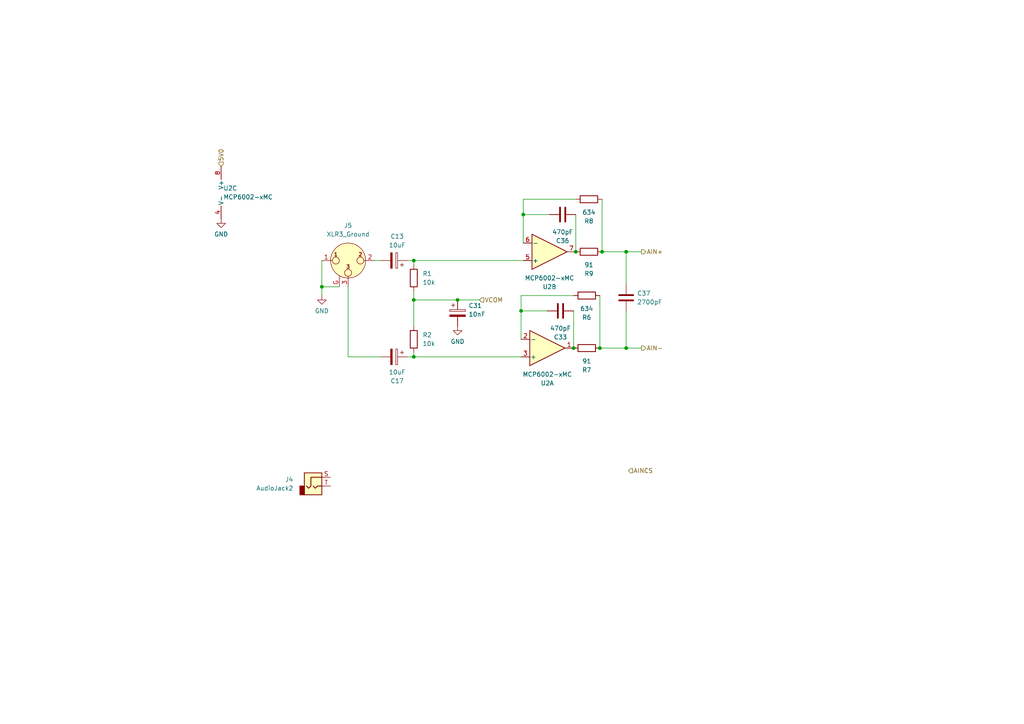
<source format=kicad_sch>
(kicad_sch (version 20230121) (generator eeschema)
  (paper "A4")
  (lib_symbols
    (symbol "Amplifier_Operational:MCP6002-xMC" (pin_names (offset 0.127))
      (property "Reference" "U" (at 0 5.08 0))
      (property "Value" "MCP6002-xMC" (at 0 -5.08 0))
      (symbol "MCP6002-xMC_1_1"
        (polyline (pts (xy -5.08 5.08) (xy 5.08 0) (xy -5.08 -5.08) (xy -5.08 5.08)) (stroke (width 0.254)) (fill (type background)))
        (pin output line (at 7.62 0 180) (length 2.54) (name "~") (number "1"))
        (pin input line (at -7.62 -2.54 0) (length 2.54) (name "-") (number "2"))
        (pin input line (at -7.62 2.54 0) (length 2.54) (name "+") (number "3"))
      )
      (symbol "MCP6002-xMC_2_1"
        (polyline (pts (xy -5.08 5.08) (xy 5.08 0) (xy -5.08 -5.08) (xy -5.08 5.08)) (stroke (width 0.254)) (fill (type background)))
        (pin input line (at -7.62 2.54 0) (length 2.54) (name "+") (number "5"))
        (pin input line (at -7.62 -2.54 0) (length 2.54) (name "-") (number "6"))
        (pin output line (at 7.62 0 180) (length 2.54) (name "~") (number "7"))
      )
      (symbol "MCP6002-xMC_3_1"
        (pin power_in line (at -2.54 -7.62 90) (length 3.81) (name "V-") (number "4"))
        (pin power_in line (at -2.54 7.62 270) (length 3.81) (name "V+") (number "8"))
        (pin passive line (at -2.54 -7.62 90) (length 3.81) hide (name "V-") (number "9"))
      )
    )
    (symbol "Connector_Audio:AudioJack2"
      (property "Reference" "J" (at 0 8.89 0))
      (property "Value" "AudioJack2" (at 0 6.35 0))
      (symbol "AudioJack2_0_1"
        (rectangle (start -3.81 0) (end -2.54 -2.54) (stroke (width 0.254)) (fill (type outline)))
        (rectangle (start -2.54 3.81) (end 2.54 -2.54) (stroke (width 0.254)) (fill (type background)))
        (polyline (pts (xy 0 0) (xy 0.635 -0.635) (xy 1.27 0) (xy 2.54 0)) (stroke (width 0.254)))
        (polyline (pts (xy 2.54 2.54) (xy -0.635 2.54) (xy -0.635 0) (xy -1.27 -0.635) (xy -1.905 0)) (stroke (width 0.254)))
      )
      (symbol "AudioJack2_1_1"
        (pin passive line (at 5.08 2.54 180) (length 2.54) (name "~") (number "S"))
        (pin passive line (at 5.08 0 180) (length 2.54) (name "~") (number "T"))
      )
    )
    (symbol "Connector_Audio:XLR3_Ground" (pin_names hide)
      (property "Reference" "J" (at 0 8.89 0))
      (property "Value" "XLR3_Ground" (at 0 6.35 0))
      (symbol "XLR3_Ground_0_1"
        (circle (center -3.556 0) (radius 1.016))
        (circle (center 0 -3.556) (radius 1.016))
        (polyline (pts (xy -5.08 0) (xy -4.572 0)))
        (polyline (pts (xy -2.54 -5.08) (xy -2.54 -4.445)))
        (polyline (pts (xy 0 -5.08) (xy 0 -4.572)))
        (polyline (pts (xy 5.08 0) (xy 4.572 0)))
        (circle (center 0 0) (radius 5.08) (fill (type background)))
        (circle (center 3.556 0) (radius 1.016))
        (text "1" (at -3.556 1.778 0) (effects (font (size 1.016 1.016) bold)))
        (text "2" (at 3.556 1.778 0) (effects (font (size 1.016 1.016) bold)))
        (text "3" (at 0 -1.778 0) (effects (font (size 1.016 1.016) bold)))
        (pin passive line (at -7.62 0 0) (length 2.54) (name "~") (number "1"))
        (pin passive line (at 7.62 0 180) (length 2.54) (name "~") (number "2"))
        (pin passive line (at 0 -7.62 90) (length 2.54) (name "~") (number "3"))
      )
      (symbol "XLR3_Ground_1_1"
        (pin passive line (at -2.54 -7.62 90) (length 2.54) (name "~") (number "G"))
      )
    )
    (symbol "Device:C" (pin_numbers hide) (pin_names (offset 0.254))
      (property "Reference" "C" (at 0.635 2.54 0))
      (property "Value" "C" (at 0.635 -2.54 0))
      (symbol "C_0_1"
        (polyline (pts (xy -2.032 -0.762) (xy 2.032 -0.762)) (stroke (width 0.508)))
        (polyline (pts (xy -2.032 0.762) (xy 2.032 0.762)) (stroke (width 0.508)))
      )
      (symbol "C_1_1"
        (pin passive line (at 0 3.81 270) (length 2.794) (name "~") (number "1"))
        (pin passive line (at 0 -3.81 90) (length 2.794) (name "~") (number "2"))
      )
    )
    (symbol "Device:C_Polarized" (pin_numbers hide) (pin_names (offset 0.254))
      (property "Reference" "C" (at 0.635 2.54 0))
      (property "Value" "C_Polarized" (at 0.635 -2.54 0))
      (symbol "C_Polarized_0_1"
        (rectangle (start -2.286 0.508) (end 2.286 1.016))
        (polyline (pts (xy -1.778 2.286) (xy -0.762 2.286)))
        (polyline (pts (xy -1.27 2.794) (xy -1.27 1.778)))
        (rectangle (start 2.286 -0.508) (end -2.286 -1.016) (fill (type outline)))
      )
      (symbol "C_Polarized_1_1"
        (pin passive line (at 0 3.81 270) (length 2.794) (name "~") (number "1"))
        (pin passive line (at 0 -3.81 90) (length 2.794) (name "~") (number "2"))
      )
    )
    (symbol "Device:R" (pin_numbers hide) (pin_names (offset 0))
      (property "Reference" "R" (at 2.032 0 90))
      (property "Value" "R" (at 0 0 90))
      (symbol "R_0_1"
        (rectangle (start -1.016 -2.54) (end 1.016 2.54) (stroke (width 0.254)))
      )
      (symbol "R_1_1"
        (pin passive line (at 0 3.81 270) (length 1.27) (name "~") (number "1"))
        (pin passive line (at 0 -3.81 90) (length 1.27) (name "~") (number "2"))
      )
    )
    (symbol "power:GND" (power) (pin_names (offset 0))
      (property "Value" "GND" (at 0 -3.81 0))
      (symbol "GND_0_1"
        (polyline (pts (xy 0 0) (xy 0 -1.27) (xy 1.27 -1.27) (xy 0 -2.54) (xy -1.27 -1.27) (xy 0 -1.27)))
      )
      (symbol "GND_1_1"
        (pin power_in line (at 0 0 270) (length 0) hide (name "GND") (number "1"))
      )
    )
  )
  (junction (at 120.015 75.565))
  (junction (at 151.765 62.23))
  (junction (at 173.99 100.965))
  (junction (at 132.715 86.995))
  (junction (at 166.37 100.965))
  (junction (at 120.015 103.505))
  (junction (at 120.015 86.995))
  (junction (at 181.61 100.965))
  (junction (at 93.345 83.185))
  (junction (at 181.61 73.025))
  (junction (at 174.625 73.025))
  (junction (at 151.13 90.17))
  (junction (at 167.005 73.025))
  (wire (pts (xy 151.765 57.785) (xy 151.765 62.23)))
  (wire (pts (xy 110.49 75.565) (xy 108.585 75.565)))
  (wire (pts (xy 98.425 83.185) (xy 93.345 83.185)))
  (wire (pts (xy 166.37 90.17) (xy 166.37 100.965)))
  (wire (pts (xy 181.61 82.55) (xy 181.61 73.025)))
  (wire (pts (xy 167.005 62.23) (xy 167.005 73.025)))
  (wire (pts (xy 132.715 86.995) (xy 139.065 86.995)))
  (wire (pts (xy 181.61 90.17) (xy 181.61 100.965)))
  (wire (pts (xy 151.765 62.23) (xy 159.385 62.23)))
  (wire (pts (xy 120.015 103.505) (xy 151.13 103.505)))
  (wire (pts (xy 174.625 73.025) (xy 181.61 73.025)))
  (wire (pts (xy 166.37 85.725) (xy 151.13 85.725)))
  (wire (pts (xy 120.015 86.995) (xy 120.015 94.615)))
  (wire (pts (xy 174.625 57.785) (xy 174.625 73.025)))
  (wire (pts (xy 93.345 83.185) (xy 93.345 85.725)))
  (wire (pts (xy 120.015 75.565) (xy 151.765 75.565)))
  (wire (pts (xy 120.015 103.505) (xy 118.11 103.505)))
  (wire (pts (xy 120.015 75.565) (xy 118.11 75.565)))
  (wire (pts (xy 120.015 75.565) (xy 120.015 76.835)))
  (wire (pts (xy 151.765 62.23) (xy 151.765 70.485)))
  (wire (pts (xy 120.015 86.995) (xy 120.015 84.455)))
  (wire (pts (xy 110.49 103.505) (xy 100.965 103.505)))
  (wire (pts (xy 173.99 100.965) (xy 181.61 100.965)))
  (wire (pts (xy 167.005 57.785) (xy 151.765 57.785)))
  (wire (pts (xy 120.015 102.235) (xy 120.015 103.505)))
  (wire (pts (xy 151.13 90.17) (xy 151.13 98.425)))
  (wire (pts (xy 100.965 103.505) (xy 100.965 83.185)))
  (wire (pts (xy 120.015 86.995) (xy 132.715 86.995)))
  (wire (pts (xy 158.75 90.17) (xy 151.13 90.17)))
  (wire (pts (xy 181.61 100.965) (xy 186.055 100.965)))
  (wire (pts (xy 151.13 85.725) (xy 151.13 90.17)))
  (wire (pts (xy 173.99 100.965) (xy 173.99 85.725)))
  (wire (pts (xy 93.345 83.185) (xy 93.345 75.565)))
  (wire (pts (xy 181.61 73.025) (xy 186.055 73.025)))
  (hierarchical_label "AIN-" (shape output) (at 186.055 100.965 0))
  (hierarchical_label "5V0" (shape input) (at 64.135 48.26 90))
  (hierarchical_label "AIN+" (shape output) (at 186.055 73.025 0))
  (hierarchical_label "VCOM" (shape input) (at 139.065 86.995 0))
  (hierarchical_label "AINCS" (shape input) (at 182.245 136.525 0))
  (symbol (lib_id "power:GND") (at 132.715 94.615 0) (mirror y) (unit 1)
    (property "Reference" "#PWR034" (effects hide))
    (property "Value" "GND" (at 132.715 99.06 0))
  )
  (symbol (lib_id "power:GND") (at 93.345 85.725 0) (unit 1)
    (property "Reference" "#PWR027" (effects hide))
    (property "Value" "GND" (at 93.345 90.17 0))
  )
  (symbol (lib_id "Device:C") (at 162.56 90.17 270) (mirror x) (unit 1)
    (property "Reference" "C33" (at 162.56 97.79 90))
    (property "Value" "470pF" (at 162.56 95.25 90))
  )
  (symbol (lib_id "Device:C_Polarized") (at 114.3 103.505 270) (unit 1)
    (property "Reference" "C17" (at 115.189 110.49 90))
    (property "Value" "10uF" (at 115.189 107.95 90))
  )
  (symbol (lib_id "Device:C_Polarized") (at 114.3 75.565 270) (mirror x) (unit 1)
    (property "Reference" "C13" (at 115.189 68.58 90))
    (property "Value" "10uF" (at 115.189 71.12 90))
  )
  (symbol (lib_id "Device:R") (at 120.015 80.645 0) (unit 1)
    (property "Reference" "R1" (at 122.555 79.375 0) (effects (justify left)))
    (property "Value" "10k" (at 122.555 81.915 0) (effects (justify left)))
  )
  (symbol (lib_id "Device:R") (at 170.815 73.025 90) (mirror x) (unit 1)
    (property "Reference" "R9" (at 170.815 79.375 90))
    (property "Value" "91" (at 170.815 76.835 90))
  )
  (symbol (lib_id "Amplifier_Operational:MCP6002-xMC") (at 158.75 100.965 0) (mirror x) (unit 1)
    (property "Reference" "U2" (at 158.75 111.125 0))
    (property "Value" "MCP6002-xMC" (at 158.75 108.585 0))
    (property "Footprint" "Package_DFN_QFN:DFN-8-1EP_3x2mm_P0.5mm_EP1.75x1.45mm" (effects hide))
    (property "Datasheet" "http://ww1.microchip.com/downloads/en/DeviceDoc/21733j.pdf" (effects hide))
  )
  (symbol (lib_id "Device:C") (at 181.61 86.36 0) (unit 1)
    (property "Reference" "C37" (at 184.785 85.09 0) (effects (justify left)))
    (property "Value" "2700pF" (at 184.785 87.63 0) (effects (justify left)))
  )
  (symbol (lib_id "power:GND") (at 64.135 63.5 0) (mirror y) (unit 1)
    (property "Reference" "#PWR037" (effects hide))
    (property "Value" "GND" (at 64.135 67.945 0))
  )
  (symbol (lib_id "Device:R") (at 120.015 98.425 0) (unit 1)
    (property "Reference" "R2" (at 122.555 97.155 0) (effects (justify left)))
    (property "Value" "10k" (at 122.555 99.695 0) (effects (justify left)))
  )
  (symbol (lib_id "Device:C") (at 163.195 62.23 270) (mirror x) (unit 1)
    (property "Reference" "C36" (at 163.195 69.85 90))
    (property "Value" "470pF" (at 163.195 67.31 90))
  )
  (symbol (lib_id "Device:R") (at 170.18 85.725 90) (mirror x) (unit 1)
    (property "Reference" "R6" (at 170.18 92.075 90))
    (property "Value" "634" (at 170.18 89.535 90))
  )
  (symbol (lib_id "Device:C_Polarized") (at 132.715 90.805 0) (unit 1)
    (property "Reference" "C31" (at 135.89 88.646 0) (effects (justify left)))
    (property "Value" "10nF" (at 135.89 91.186 0) (effects (justify left)))
  )
  (symbol (lib_id "Amplifier_Operational:MCP6002-xMC") (at 159.385 73.025 0) (mirror x) (unit 2)
    (property "Reference" "U2" (at 159.385 83.185 0))
    (property "Value" "MCP6002-xMC" (at 159.385 80.645 0))
    (property "Footprint" "Package_DFN_QFN:DFN-8-1EP_3x2mm_P0.5mm_EP1.75x1.45mm" (effects hide))
    (property "Datasheet" "http://ww1.microchip.com/downloads/en/DeviceDoc/21733j.pdf" (effects hide))
  )
  (symbol (lib_id "Device:R") (at 170.815 57.785 90) (mirror x) (unit 1)
    (property "Reference" "R8" (at 170.815 64.135 90))
    (property "Value" "634" (at 170.815 61.595 90))
  )
  (symbol (lib_id "Device:R") (at 170.18 100.965 90) (mirror x) (unit 1)
    (property "Reference" "R7" (at 170.18 107.315 90))
    (property "Value" "91" (at 170.18 104.775 90))
  )
  (symbol (lib_id "Connector_Audio:XLR3_Ground") (at 100.965 75.565 0) (unit 1)
    (property "Reference" "J5" (at 100.965 65.405 0))
    (property "Value" "XLR3_Ground" (at 100.965 67.945 0))
    (property "Datasheet" " ~" (effects hide))
  )
  (symbol (lib_id "Connector_Audio:AudioJack2") (at 90.805 140.97 0) (unit 1)
    (property "Reference" "J4" (at 85.09 139.065 0) (effects (justify right)))
    (property "Value" "AudioJack2" (at 85.09 141.605 0) (effects (justify right)))
  )
  (symbol (lib_id "Amplifier_Operational:MCP6002-xMC") (at 66.675 55.88 0) (unit 3)
    (property "Reference" "U2" (at 64.77 54.61 0) (effects (justify left)))
    (property "Value" "MCP6002-xMC" (at 64.77 57.15 0) (effects (justify left)))
    (property "Footprint" "Package_DFN_QFN:DFN-8-1EP_3x2mm_P0.5mm_EP1.75x1.45mm" (effects hide))
    (property "Datasheet" "http://ww1.microchip.com/downloads/en/DeviceDoc/21733j.pdf" (effects hide))
  )
)
</source>
